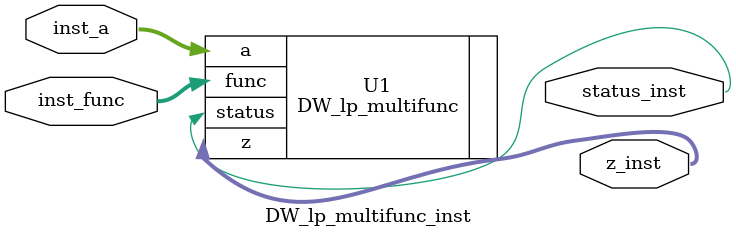
<source format=v>
module DW_lp_multifunc_inst( inst_a, inst_func, z_inst, status_inst );

parameter inst_op_width = 24;
parameter inst_func_select = 127;


input [inst_op_width : 0] inst_a;
input [15 : 0] inst_func;
output [inst_op_width+1 : 0] z_inst;
output status_inst;

    // Instance of DW_lp_multifunc
    DW_lp_multifunc #(inst_op_width, inst_func_select) U1 (
			.a(inst_a),
			.func(inst_func),
			.z(z_inst),
			.status(status_inst) );

endmodule


</source>
